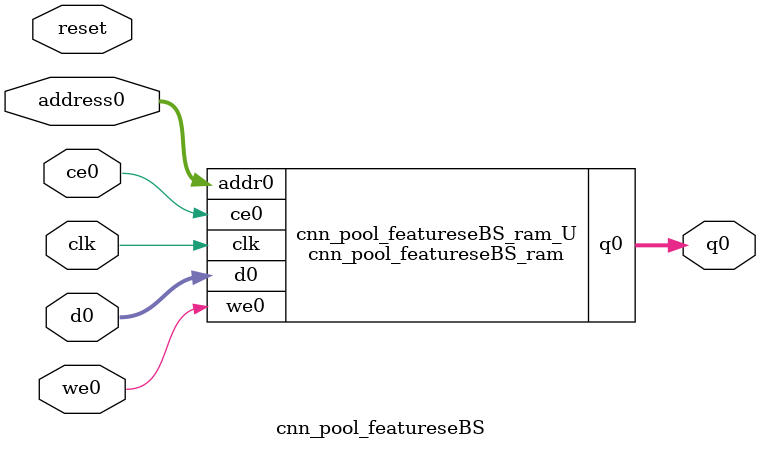
<source format=v>
`timescale 1 ns / 1 ps
module cnn_pool_featureseBS_ram (addr0, ce0, d0, we0, q0,  clk);

parameter DWIDTH = 15;
parameter AWIDTH = 10;
parameter MEM_SIZE = 864;

input[AWIDTH-1:0] addr0;
input ce0;
input[DWIDTH-1:0] d0;
input we0;
output reg[DWIDTH-1:0] q0;
input clk;

(* ram_style = "block" *)reg [DWIDTH-1:0] ram[0:MEM_SIZE-1];




always @(posedge clk)  
begin 
    if (ce0) 
    begin
        if (we0) 
        begin 
            ram[addr0] <= d0; 
        end 
        q0 <= ram[addr0];
    end
end


endmodule

`timescale 1 ns / 1 ps
module cnn_pool_featureseBS(
    reset,
    clk,
    address0,
    ce0,
    we0,
    d0,
    q0);

parameter DataWidth = 32'd15;
parameter AddressRange = 32'd864;
parameter AddressWidth = 32'd10;
input reset;
input clk;
input[AddressWidth - 1:0] address0;
input ce0;
input we0;
input[DataWidth - 1:0] d0;
output[DataWidth - 1:0] q0;



cnn_pool_featureseBS_ram cnn_pool_featureseBS_ram_U(
    .clk( clk ),
    .addr0( address0 ),
    .ce0( ce0 ),
    .we0( we0 ),
    .d0( d0 ),
    .q0( q0 ));

endmodule


</source>
